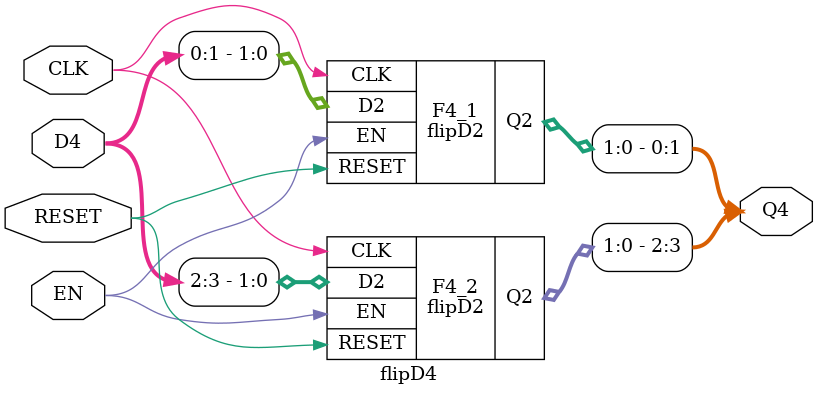
<source format=v>

module flipD1(input wire CLK, RESET, EN, D, output reg Q);
  always @ (posedge CLK or posedge RESET)begin
    if(RESET)
      Q <= 1'b0;
    else if (EN)
      Q <= D;
  end
endmodule


//Flip FLop de 2 bits
module flipD2(input wire CLK, RESET, EN, input wire [0:1]D2, output wire [0:1]Q2);

flipD1 F2_1(CLK, RESET, EN, D2[0], Q2[0]);
flipD1 F2_2(CLK, RESET, EN, D2[1], Q2[1]);
endmodule

//Flip FLop de 4 bits
module flipD4(input wire CLK, RESET, EN, input wire [0:3]D4, output wire [0:3]Q4);
flipD2 F4_1(CLK, RESET, EN, D4[0:1], Q4[0:1]);
flipD2 F4_2(CLK, RESET, EN, D4[2:3], Q4[2:3]);
endmodule

</source>
